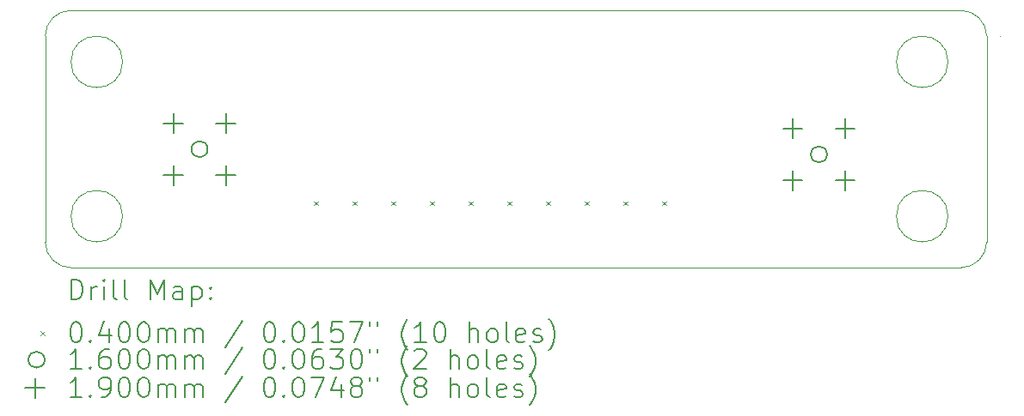
<source format=gbr>
%TF.GenerationSoftware,KiCad,Pcbnew,7.0.8-7.0.8~ubuntu22.04.1*%
%TF.CreationDate,2023-10-03T21:39:13-05:00*%
%TF.ProjectId,bandpass_filter,62616e64-7061-4737-935f-66696c746572,rev?*%
%TF.SameCoordinates,Original*%
%TF.FileFunction,Drillmap*%
%TF.FilePolarity,Positive*%
%FSLAX45Y45*%
G04 Gerber Fmt 4.5, Leading zero omitted, Abs format (unit mm)*
G04 Created by KiCad (PCBNEW 7.0.8-7.0.8~ubuntu22.04.1) date 2023-10-03 21:39:13*
%MOMM*%
%LPD*%
G01*
G04 APERTURE LIST*
%ADD10C,0.100000*%
%ADD11C,0.200000*%
%ADD12C,0.040000*%
%ADD13C,0.160000*%
%ADD14C,0.190000*%
G04 APERTURE END LIST*
D10*
X2540000Y-4572000D02*
X11303000Y-4572000D01*
X2286000Y-5080000D02*
X2286000Y-4826000D01*
X11176000Y-6604000D02*
G75*
G03*
X11176000Y-6604000I-254000J0D01*
G01*
X11303000Y-7112000D02*
X2540000Y-7112000D01*
X2286000Y-6858000D02*
G75*
G03*
X2540000Y-7112000I254000J0D01*
G01*
X11684000Y-4826000D02*
G75*
G03*
X11684000Y-4826000I0J0D01*
G01*
X2540000Y-4572000D02*
G75*
G03*
X2286000Y-4826000I0J-254000D01*
G01*
X3048000Y-5080000D02*
G75*
G03*
X3048000Y-5080000I-254000J0D01*
G01*
X11557000Y-4826000D02*
X11557000Y-6858000D01*
X11303000Y-7112000D02*
G75*
G03*
X11557000Y-6858000I0J254000D01*
G01*
X2286000Y-6858000D02*
X2286000Y-5080000D01*
X3048000Y-6604000D02*
G75*
G03*
X3048000Y-6604000I-254000J0D01*
G01*
X11557000Y-4826000D02*
G75*
G03*
X11303000Y-4572000I-254000J0D01*
G01*
X11176000Y-5080000D02*
G75*
G03*
X11176000Y-5080000I-254000J0D01*
G01*
D11*
D12*
X4933000Y-6457000D02*
X4973000Y-6497000D01*
X4973000Y-6457000D02*
X4933000Y-6497000D01*
X5314000Y-6457000D02*
X5354000Y-6497000D01*
X5354000Y-6457000D02*
X5314000Y-6497000D01*
X5695000Y-6457000D02*
X5735000Y-6497000D01*
X5735000Y-6457000D02*
X5695000Y-6497000D01*
X6076000Y-6457000D02*
X6116000Y-6497000D01*
X6116000Y-6457000D02*
X6076000Y-6497000D01*
X6457000Y-6457000D02*
X6497000Y-6497000D01*
X6497000Y-6457000D02*
X6457000Y-6497000D01*
X6838000Y-6457000D02*
X6878000Y-6497000D01*
X6878000Y-6457000D02*
X6838000Y-6497000D01*
X7219000Y-6457000D02*
X7259000Y-6497000D01*
X7259000Y-6457000D02*
X7219000Y-6497000D01*
X7600000Y-6457000D02*
X7640000Y-6497000D01*
X7640000Y-6457000D02*
X7600000Y-6497000D01*
X7981000Y-6457000D02*
X8021000Y-6497000D01*
X8021000Y-6457000D02*
X7981000Y-6497000D01*
X8362000Y-6457000D02*
X8402000Y-6497000D01*
X8402000Y-6457000D02*
X8362000Y-6497000D01*
D13*
X3886500Y-5942931D02*
G75*
G03*
X3886500Y-5942931I-80000J0D01*
G01*
X9986000Y-5994144D02*
G75*
G03*
X9986000Y-5994144I-80000J0D01*
G01*
D14*
X3549000Y-5590431D02*
X3549000Y-5780431D01*
X3454000Y-5685431D02*
X3644000Y-5685431D01*
X3549000Y-6105431D02*
X3549000Y-6295431D01*
X3454000Y-6200431D02*
X3644000Y-6200431D01*
X4064000Y-5590431D02*
X4064000Y-5780431D01*
X3969000Y-5685431D02*
X4159000Y-5685431D01*
X4064000Y-6105431D02*
X4064000Y-6295431D01*
X3969000Y-6200431D02*
X4159000Y-6200431D01*
X9648500Y-5641644D02*
X9648500Y-5831644D01*
X9553500Y-5736644D02*
X9743500Y-5736644D01*
X9648500Y-6156644D02*
X9648500Y-6346644D01*
X9553500Y-6251644D02*
X9743500Y-6251644D01*
X10163500Y-5641644D02*
X10163500Y-5831644D01*
X10068500Y-5736644D02*
X10258500Y-5736644D01*
X10163500Y-6156644D02*
X10163500Y-6346644D01*
X10068500Y-6251644D02*
X10258500Y-6251644D01*
D11*
X2541777Y-7428484D02*
X2541777Y-7228484D01*
X2541777Y-7228484D02*
X2589396Y-7228484D01*
X2589396Y-7228484D02*
X2617967Y-7238008D01*
X2617967Y-7238008D02*
X2637015Y-7257055D01*
X2637015Y-7257055D02*
X2646539Y-7276103D01*
X2646539Y-7276103D02*
X2656063Y-7314198D01*
X2656063Y-7314198D02*
X2656063Y-7342769D01*
X2656063Y-7342769D02*
X2646539Y-7380865D01*
X2646539Y-7380865D02*
X2637015Y-7399912D01*
X2637015Y-7399912D02*
X2617967Y-7418960D01*
X2617967Y-7418960D02*
X2589396Y-7428484D01*
X2589396Y-7428484D02*
X2541777Y-7428484D01*
X2741777Y-7428484D02*
X2741777Y-7295150D01*
X2741777Y-7333246D02*
X2751301Y-7314198D01*
X2751301Y-7314198D02*
X2760824Y-7304674D01*
X2760824Y-7304674D02*
X2779872Y-7295150D01*
X2779872Y-7295150D02*
X2798920Y-7295150D01*
X2865586Y-7428484D02*
X2865586Y-7295150D01*
X2865586Y-7228484D02*
X2856062Y-7238008D01*
X2856062Y-7238008D02*
X2865586Y-7247531D01*
X2865586Y-7247531D02*
X2875110Y-7238008D01*
X2875110Y-7238008D02*
X2865586Y-7228484D01*
X2865586Y-7228484D02*
X2865586Y-7247531D01*
X2989396Y-7428484D02*
X2970348Y-7418960D01*
X2970348Y-7418960D02*
X2960824Y-7399912D01*
X2960824Y-7399912D02*
X2960824Y-7228484D01*
X3094158Y-7428484D02*
X3075110Y-7418960D01*
X3075110Y-7418960D02*
X3065586Y-7399912D01*
X3065586Y-7399912D02*
X3065586Y-7228484D01*
X3322729Y-7428484D02*
X3322729Y-7228484D01*
X3322729Y-7228484D02*
X3389396Y-7371341D01*
X3389396Y-7371341D02*
X3456062Y-7228484D01*
X3456062Y-7228484D02*
X3456062Y-7428484D01*
X3637015Y-7428484D02*
X3637015Y-7323722D01*
X3637015Y-7323722D02*
X3627491Y-7304674D01*
X3627491Y-7304674D02*
X3608443Y-7295150D01*
X3608443Y-7295150D02*
X3570348Y-7295150D01*
X3570348Y-7295150D02*
X3551301Y-7304674D01*
X3637015Y-7418960D02*
X3617967Y-7428484D01*
X3617967Y-7428484D02*
X3570348Y-7428484D01*
X3570348Y-7428484D02*
X3551301Y-7418960D01*
X3551301Y-7418960D02*
X3541777Y-7399912D01*
X3541777Y-7399912D02*
X3541777Y-7380865D01*
X3541777Y-7380865D02*
X3551301Y-7361817D01*
X3551301Y-7361817D02*
X3570348Y-7352293D01*
X3570348Y-7352293D02*
X3617967Y-7352293D01*
X3617967Y-7352293D02*
X3637015Y-7342769D01*
X3732253Y-7295150D02*
X3732253Y-7495150D01*
X3732253Y-7304674D02*
X3751301Y-7295150D01*
X3751301Y-7295150D02*
X3789396Y-7295150D01*
X3789396Y-7295150D02*
X3808443Y-7304674D01*
X3808443Y-7304674D02*
X3817967Y-7314198D01*
X3817967Y-7314198D02*
X3827491Y-7333246D01*
X3827491Y-7333246D02*
X3827491Y-7390388D01*
X3827491Y-7390388D02*
X3817967Y-7409436D01*
X3817967Y-7409436D02*
X3808443Y-7418960D01*
X3808443Y-7418960D02*
X3789396Y-7428484D01*
X3789396Y-7428484D02*
X3751301Y-7428484D01*
X3751301Y-7428484D02*
X3732253Y-7418960D01*
X3913205Y-7409436D02*
X3922729Y-7418960D01*
X3922729Y-7418960D02*
X3913205Y-7428484D01*
X3913205Y-7428484D02*
X3903682Y-7418960D01*
X3903682Y-7418960D02*
X3913205Y-7409436D01*
X3913205Y-7409436D02*
X3913205Y-7428484D01*
X3913205Y-7304674D02*
X3922729Y-7314198D01*
X3922729Y-7314198D02*
X3913205Y-7323722D01*
X3913205Y-7323722D02*
X3903682Y-7314198D01*
X3903682Y-7314198D02*
X3913205Y-7304674D01*
X3913205Y-7304674D02*
X3913205Y-7323722D01*
D12*
X2241000Y-7737000D02*
X2281000Y-7777000D01*
X2281000Y-7737000D02*
X2241000Y-7777000D01*
D11*
X2579872Y-7648484D02*
X2598920Y-7648484D01*
X2598920Y-7648484D02*
X2617967Y-7658008D01*
X2617967Y-7658008D02*
X2627491Y-7667531D01*
X2627491Y-7667531D02*
X2637015Y-7686579D01*
X2637015Y-7686579D02*
X2646539Y-7724674D01*
X2646539Y-7724674D02*
X2646539Y-7772293D01*
X2646539Y-7772293D02*
X2637015Y-7810388D01*
X2637015Y-7810388D02*
X2627491Y-7829436D01*
X2627491Y-7829436D02*
X2617967Y-7838960D01*
X2617967Y-7838960D02*
X2598920Y-7848484D01*
X2598920Y-7848484D02*
X2579872Y-7848484D01*
X2579872Y-7848484D02*
X2560824Y-7838960D01*
X2560824Y-7838960D02*
X2551301Y-7829436D01*
X2551301Y-7829436D02*
X2541777Y-7810388D01*
X2541777Y-7810388D02*
X2532253Y-7772293D01*
X2532253Y-7772293D02*
X2532253Y-7724674D01*
X2532253Y-7724674D02*
X2541777Y-7686579D01*
X2541777Y-7686579D02*
X2551301Y-7667531D01*
X2551301Y-7667531D02*
X2560824Y-7658008D01*
X2560824Y-7658008D02*
X2579872Y-7648484D01*
X2732253Y-7829436D02*
X2741777Y-7838960D01*
X2741777Y-7838960D02*
X2732253Y-7848484D01*
X2732253Y-7848484D02*
X2722729Y-7838960D01*
X2722729Y-7838960D02*
X2732253Y-7829436D01*
X2732253Y-7829436D02*
X2732253Y-7848484D01*
X2913205Y-7715150D02*
X2913205Y-7848484D01*
X2865586Y-7638960D02*
X2817967Y-7781817D01*
X2817967Y-7781817D02*
X2941777Y-7781817D01*
X3056062Y-7648484D02*
X3075110Y-7648484D01*
X3075110Y-7648484D02*
X3094158Y-7658008D01*
X3094158Y-7658008D02*
X3103682Y-7667531D01*
X3103682Y-7667531D02*
X3113205Y-7686579D01*
X3113205Y-7686579D02*
X3122729Y-7724674D01*
X3122729Y-7724674D02*
X3122729Y-7772293D01*
X3122729Y-7772293D02*
X3113205Y-7810388D01*
X3113205Y-7810388D02*
X3103682Y-7829436D01*
X3103682Y-7829436D02*
X3094158Y-7838960D01*
X3094158Y-7838960D02*
X3075110Y-7848484D01*
X3075110Y-7848484D02*
X3056062Y-7848484D01*
X3056062Y-7848484D02*
X3037015Y-7838960D01*
X3037015Y-7838960D02*
X3027491Y-7829436D01*
X3027491Y-7829436D02*
X3017967Y-7810388D01*
X3017967Y-7810388D02*
X3008443Y-7772293D01*
X3008443Y-7772293D02*
X3008443Y-7724674D01*
X3008443Y-7724674D02*
X3017967Y-7686579D01*
X3017967Y-7686579D02*
X3027491Y-7667531D01*
X3027491Y-7667531D02*
X3037015Y-7658008D01*
X3037015Y-7658008D02*
X3056062Y-7648484D01*
X3246539Y-7648484D02*
X3265586Y-7648484D01*
X3265586Y-7648484D02*
X3284634Y-7658008D01*
X3284634Y-7658008D02*
X3294158Y-7667531D01*
X3294158Y-7667531D02*
X3303682Y-7686579D01*
X3303682Y-7686579D02*
X3313205Y-7724674D01*
X3313205Y-7724674D02*
X3313205Y-7772293D01*
X3313205Y-7772293D02*
X3303682Y-7810388D01*
X3303682Y-7810388D02*
X3294158Y-7829436D01*
X3294158Y-7829436D02*
X3284634Y-7838960D01*
X3284634Y-7838960D02*
X3265586Y-7848484D01*
X3265586Y-7848484D02*
X3246539Y-7848484D01*
X3246539Y-7848484D02*
X3227491Y-7838960D01*
X3227491Y-7838960D02*
X3217967Y-7829436D01*
X3217967Y-7829436D02*
X3208443Y-7810388D01*
X3208443Y-7810388D02*
X3198920Y-7772293D01*
X3198920Y-7772293D02*
X3198920Y-7724674D01*
X3198920Y-7724674D02*
X3208443Y-7686579D01*
X3208443Y-7686579D02*
X3217967Y-7667531D01*
X3217967Y-7667531D02*
X3227491Y-7658008D01*
X3227491Y-7658008D02*
X3246539Y-7648484D01*
X3398920Y-7848484D02*
X3398920Y-7715150D01*
X3398920Y-7734198D02*
X3408443Y-7724674D01*
X3408443Y-7724674D02*
X3427491Y-7715150D01*
X3427491Y-7715150D02*
X3456063Y-7715150D01*
X3456063Y-7715150D02*
X3475110Y-7724674D01*
X3475110Y-7724674D02*
X3484634Y-7743722D01*
X3484634Y-7743722D02*
X3484634Y-7848484D01*
X3484634Y-7743722D02*
X3494158Y-7724674D01*
X3494158Y-7724674D02*
X3513205Y-7715150D01*
X3513205Y-7715150D02*
X3541777Y-7715150D01*
X3541777Y-7715150D02*
X3560824Y-7724674D01*
X3560824Y-7724674D02*
X3570348Y-7743722D01*
X3570348Y-7743722D02*
X3570348Y-7848484D01*
X3665586Y-7848484D02*
X3665586Y-7715150D01*
X3665586Y-7734198D02*
X3675110Y-7724674D01*
X3675110Y-7724674D02*
X3694158Y-7715150D01*
X3694158Y-7715150D02*
X3722729Y-7715150D01*
X3722729Y-7715150D02*
X3741777Y-7724674D01*
X3741777Y-7724674D02*
X3751301Y-7743722D01*
X3751301Y-7743722D02*
X3751301Y-7848484D01*
X3751301Y-7743722D02*
X3760824Y-7724674D01*
X3760824Y-7724674D02*
X3779872Y-7715150D01*
X3779872Y-7715150D02*
X3808443Y-7715150D01*
X3808443Y-7715150D02*
X3827491Y-7724674D01*
X3827491Y-7724674D02*
X3837015Y-7743722D01*
X3837015Y-7743722D02*
X3837015Y-7848484D01*
X4227491Y-7638960D02*
X4056063Y-7896103D01*
X4484634Y-7648484D02*
X4503682Y-7648484D01*
X4503682Y-7648484D02*
X4522729Y-7658008D01*
X4522729Y-7658008D02*
X4532253Y-7667531D01*
X4532253Y-7667531D02*
X4541777Y-7686579D01*
X4541777Y-7686579D02*
X4551301Y-7724674D01*
X4551301Y-7724674D02*
X4551301Y-7772293D01*
X4551301Y-7772293D02*
X4541777Y-7810388D01*
X4541777Y-7810388D02*
X4532253Y-7829436D01*
X4532253Y-7829436D02*
X4522729Y-7838960D01*
X4522729Y-7838960D02*
X4503682Y-7848484D01*
X4503682Y-7848484D02*
X4484634Y-7848484D01*
X4484634Y-7848484D02*
X4465587Y-7838960D01*
X4465587Y-7838960D02*
X4456063Y-7829436D01*
X4456063Y-7829436D02*
X4446539Y-7810388D01*
X4446539Y-7810388D02*
X4437015Y-7772293D01*
X4437015Y-7772293D02*
X4437015Y-7724674D01*
X4437015Y-7724674D02*
X4446539Y-7686579D01*
X4446539Y-7686579D02*
X4456063Y-7667531D01*
X4456063Y-7667531D02*
X4465587Y-7658008D01*
X4465587Y-7658008D02*
X4484634Y-7648484D01*
X4637015Y-7829436D02*
X4646539Y-7838960D01*
X4646539Y-7838960D02*
X4637015Y-7848484D01*
X4637015Y-7848484D02*
X4627491Y-7838960D01*
X4627491Y-7838960D02*
X4637015Y-7829436D01*
X4637015Y-7829436D02*
X4637015Y-7848484D01*
X4770348Y-7648484D02*
X4789396Y-7648484D01*
X4789396Y-7648484D02*
X4808444Y-7658008D01*
X4808444Y-7658008D02*
X4817968Y-7667531D01*
X4817968Y-7667531D02*
X4827491Y-7686579D01*
X4827491Y-7686579D02*
X4837015Y-7724674D01*
X4837015Y-7724674D02*
X4837015Y-7772293D01*
X4837015Y-7772293D02*
X4827491Y-7810388D01*
X4827491Y-7810388D02*
X4817968Y-7829436D01*
X4817968Y-7829436D02*
X4808444Y-7838960D01*
X4808444Y-7838960D02*
X4789396Y-7848484D01*
X4789396Y-7848484D02*
X4770348Y-7848484D01*
X4770348Y-7848484D02*
X4751301Y-7838960D01*
X4751301Y-7838960D02*
X4741777Y-7829436D01*
X4741777Y-7829436D02*
X4732253Y-7810388D01*
X4732253Y-7810388D02*
X4722729Y-7772293D01*
X4722729Y-7772293D02*
X4722729Y-7724674D01*
X4722729Y-7724674D02*
X4732253Y-7686579D01*
X4732253Y-7686579D02*
X4741777Y-7667531D01*
X4741777Y-7667531D02*
X4751301Y-7658008D01*
X4751301Y-7658008D02*
X4770348Y-7648484D01*
X5027491Y-7848484D02*
X4913206Y-7848484D01*
X4970348Y-7848484D02*
X4970348Y-7648484D01*
X4970348Y-7648484D02*
X4951301Y-7677055D01*
X4951301Y-7677055D02*
X4932253Y-7696103D01*
X4932253Y-7696103D02*
X4913206Y-7705627D01*
X5208444Y-7648484D02*
X5113206Y-7648484D01*
X5113206Y-7648484D02*
X5103682Y-7743722D01*
X5103682Y-7743722D02*
X5113206Y-7734198D01*
X5113206Y-7734198D02*
X5132253Y-7724674D01*
X5132253Y-7724674D02*
X5179872Y-7724674D01*
X5179872Y-7724674D02*
X5198920Y-7734198D01*
X5198920Y-7734198D02*
X5208444Y-7743722D01*
X5208444Y-7743722D02*
X5217968Y-7762769D01*
X5217968Y-7762769D02*
X5217968Y-7810388D01*
X5217968Y-7810388D02*
X5208444Y-7829436D01*
X5208444Y-7829436D02*
X5198920Y-7838960D01*
X5198920Y-7838960D02*
X5179872Y-7848484D01*
X5179872Y-7848484D02*
X5132253Y-7848484D01*
X5132253Y-7848484D02*
X5113206Y-7838960D01*
X5113206Y-7838960D02*
X5103682Y-7829436D01*
X5284634Y-7648484D02*
X5417968Y-7648484D01*
X5417968Y-7648484D02*
X5332253Y-7848484D01*
X5484634Y-7648484D02*
X5484634Y-7686579D01*
X5560825Y-7648484D02*
X5560825Y-7686579D01*
X5856063Y-7924674D02*
X5846539Y-7915150D01*
X5846539Y-7915150D02*
X5827491Y-7886579D01*
X5827491Y-7886579D02*
X5817968Y-7867531D01*
X5817968Y-7867531D02*
X5808444Y-7838960D01*
X5808444Y-7838960D02*
X5798920Y-7791341D01*
X5798920Y-7791341D02*
X5798920Y-7753246D01*
X5798920Y-7753246D02*
X5808444Y-7705627D01*
X5808444Y-7705627D02*
X5817968Y-7677055D01*
X5817968Y-7677055D02*
X5827491Y-7658008D01*
X5827491Y-7658008D02*
X5846539Y-7629436D01*
X5846539Y-7629436D02*
X5856063Y-7619912D01*
X6037015Y-7848484D02*
X5922729Y-7848484D01*
X5979872Y-7848484D02*
X5979872Y-7648484D01*
X5979872Y-7648484D02*
X5960825Y-7677055D01*
X5960825Y-7677055D02*
X5941777Y-7696103D01*
X5941777Y-7696103D02*
X5922729Y-7705627D01*
X6160825Y-7648484D02*
X6179872Y-7648484D01*
X6179872Y-7648484D02*
X6198920Y-7658008D01*
X6198920Y-7658008D02*
X6208444Y-7667531D01*
X6208444Y-7667531D02*
X6217968Y-7686579D01*
X6217968Y-7686579D02*
X6227491Y-7724674D01*
X6227491Y-7724674D02*
X6227491Y-7772293D01*
X6227491Y-7772293D02*
X6217968Y-7810388D01*
X6217968Y-7810388D02*
X6208444Y-7829436D01*
X6208444Y-7829436D02*
X6198920Y-7838960D01*
X6198920Y-7838960D02*
X6179872Y-7848484D01*
X6179872Y-7848484D02*
X6160825Y-7848484D01*
X6160825Y-7848484D02*
X6141777Y-7838960D01*
X6141777Y-7838960D02*
X6132253Y-7829436D01*
X6132253Y-7829436D02*
X6122729Y-7810388D01*
X6122729Y-7810388D02*
X6113206Y-7772293D01*
X6113206Y-7772293D02*
X6113206Y-7724674D01*
X6113206Y-7724674D02*
X6122729Y-7686579D01*
X6122729Y-7686579D02*
X6132253Y-7667531D01*
X6132253Y-7667531D02*
X6141777Y-7658008D01*
X6141777Y-7658008D02*
X6160825Y-7648484D01*
X6465587Y-7848484D02*
X6465587Y-7648484D01*
X6551301Y-7848484D02*
X6551301Y-7743722D01*
X6551301Y-7743722D02*
X6541777Y-7724674D01*
X6541777Y-7724674D02*
X6522730Y-7715150D01*
X6522730Y-7715150D02*
X6494158Y-7715150D01*
X6494158Y-7715150D02*
X6475110Y-7724674D01*
X6475110Y-7724674D02*
X6465587Y-7734198D01*
X6675110Y-7848484D02*
X6656063Y-7838960D01*
X6656063Y-7838960D02*
X6646539Y-7829436D01*
X6646539Y-7829436D02*
X6637015Y-7810388D01*
X6637015Y-7810388D02*
X6637015Y-7753246D01*
X6637015Y-7753246D02*
X6646539Y-7734198D01*
X6646539Y-7734198D02*
X6656063Y-7724674D01*
X6656063Y-7724674D02*
X6675110Y-7715150D01*
X6675110Y-7715150D02*
X6703682Y-7715150D01*
X6703682Y-7715150D02*
X6722730Y-7724674D01*
X6722730Y-7724674D02*
X6732253Y-7734198D01*
X6732253Y-7734198D02*
X6741777Y-7753246D01*
X6741777Y-7753246D02*
X6741777Y-7810388D01*
X6741777Y-7810388D02*
X6732253Y-7829436D01*
X6732253Y-7829436D02*
X6722730Y-7838960D01*
X6722730Y-7838960D02*
X6703682Y-7848484D01*
X6703682Y-7848484D02*
X6675110Y-7848484D01*
X6856063Y-7848484D02*
X6837015Y-7838960D01*
X6837015Y-7838960D02*
X6827491Y-7819912D01*
X6827491Y-7819912D02*
X6827491Y-7648484D01*
X7008444Y-7838960D02*
X6989396Y-7848484D01*
X6989396Y-7848484D02*
X6951301Y-7848484D01*
X6951301Y-7848484D02*
X6932253Y-7838960D01*
X6932253Y-7838960D02*
X6922730Y-7819912D01*
X6922730Y-7819912D02*
X6922730Y-7743722D01*
X6922730Y-7743722D02*
X6932253Y-7724674D01*
X6932253Y-7724674D02*
X6951301Y-7715150D01*
X6951301Y-7715150D02*
X6989396Y-7715150D01*
X6989396Y-7715150D02*
X7008444Y-7724674D01*
X7008444Y-7724674D02*
X7017968Y-7743722D01*
X7017968Y-7743722D02*
X7017968Y-7762769D01*
X7017968Y-7762769D02*
X6922730Y-7781817D01*
X7094158Y-7838960D02*
X7113206Y-7848484D01*
X7113206Y-7848484D02*
X7151301Y-7848484D01*
X7151301Y-7848484D02*
X7170349Y-7838960D01*
X7170349Y-7838960D02*
X7179872Y-7819912D01*
X7179872Y-7819912D02*
X7179872Y-7810388D01*
X7179872Y-7810388D02*
X7170349Y-7791341D01*
X7170349Y-7791341D02*
X7151301Y-7781817D01*
X7151301Y-7781817D02*
X7122730Y-7781817D01*
X7122730Y-7781817D02*
X7103682Y-7772293D01*
X7103682Y-7772293D02*
X7094158Y-7753246D01*
X7094158Y-7753246D02*
X7094158Y-7743722D01*
X7094158Y-7743722D02*
X7103682Y-7724674D01*
X7103682Y-7724674D02*
X7122730Y-7715150D01*
X7122730Y-7715150D02*
X7151301Y-7715150D01*
X7151301Y-7715150D02*
X7170349Y-7724674D01*
X7246539Y-7924674D02*
X7256063Y-7915150D01*
X7256063Y-7915150D02*
X7275111Y-7886579D01*
X7275111Y-7886579D02*
X7284634Y-7867531D01*
X7284634Y-7867531D02*
X7294158Y-7838960D01*
X7294158Y-7838960D02*
X7303682Y-7791341D01*
X7303682Y-7791341D02*
X7303682Y-7753246D01*
X7303682Y-7753246D02*
X7294158Y-7705627D01*
X7294158Y-7705627D02*
X7284634Y-7677055D01*
X7284634Y-7677055D02*
X7275111Y-7658008D01*
X7275111Y-7658008D02*
X7256063Y-7629436D01*
X7256063Y-7629436D02*
X7246539Y-7619912D01*
D13*
X2281000Y-8021000D02*
G75*
G03*
X2281000Y-8021000I-80000J0D01*
G01*
D11*
X2646539Y-8112484D02*
X2532253Y-8112484D01*
X2589396Y-8112484D02*
X2589396Y-7912484D01*
X2589396Y-7912484D02*
X2570348Y-7941055D01*
X2570348Y-7941055D02*
X2551301Y-7960103D01*
X2551301Y-7960103D02*
X2532253Y-7969627D01*
X2732253Y-8093436D02*
X2741777Y-8102960D01*
X2741777Y-8102960D02*
X2732253Y-8112484D01*
X2732253Y-8112484D02*
X2722729Y-8102960D01*
X2722729Y-8102960D02*
X2732253Y-8093436D01*
X2732253Y-8093436D02*
X2732253Y-8112484D01*
X2913205Y-7912484D02*
X2875110Y-7912484D01*
X2875110Y-7912484D02*
X2856062Y-7922008D01*
X2856062Y-7922008D02*
X2846539Y-7931531D01*
X2846539Y-7931531D02*
X2827491Y-7960103D01*
X2827491Y-7960103D02*
X2817967Y-7998198D01*
X2817967Y-7998198D02*
X2817967Y-8074388D01*
X2817967Y-8074388D02*
X2827491Y-8093436D01*
X2827491Y-8093436D02*
X2837015Y-8102960D01*
X2837015Y-8102960D02*
X2856062Y-8112484D01*
X2856062Y-8112484D02*
X2894158Y-8112484D01*
X2894158Y-8112484D02*
X2913205Y-8102960D01*
X2913205Y-8102960D02*
X2922729Y-8093436D01*
X2922729Y-8093436D02*
X2932253Y-8074388D01*
X2932253Y-8074388D02*
X2932253Y-8026769D01*
X2932253Y-8026769D02*
X2922729Y-8007722D01*
X2922729Y-8007722D02*
X2913205Y-7998198D01*
X2913205Y-7998198D02*
X2894158Y-7988674D01*
X2894158Y-7988674D02*
X2856062Y-7988674D01*
X2856062Y-7988674D02*
X2837015Y-7998198D01*
X2837015Y-7998198D02*
X2827491Y-8007722D01*
X2827491Y-8007722D02*
X2817967Y-8026769D01*
X3056062Y-7912484D02*
X3075110Y-7912484D01*
X3075110Y-7912484D02*
X3094158Y-7922008D01*
X3094158Y-7922008D02*
X3103682Y-7931531D01*
X3103682Y-7931531D02*
X3113205Y-7950579D01*
X3113205Y-7950579D02*
X3122729Y-7988674D01*
X3122729Y-7988674D02*
X3122729Y-8036293D01*
X3122729Y-8036293D02*
X3113205Y-8074388D01*
X3113205Y-8074388D02*
X3103682Y-8093436D01*
X3103682Y-8093436D02*
X3094158Y-8102960D01*
X3094158Y-8102960D02*
X3075110Y-8112484D01*
X3075110Y-8112484D02*
X3056062Y-8112484D01*
X3056062Y-8112484D02*
X3037015Y-8102960D01*
X3037015Y-8102960D02*
X3027491Y-8093436D01*
X3027491Y-8093436D02*
X3017967Y-8074388D01*
X3017967Y-8074388D02*
X3008443Y-8036293D01*
X3008443Y-8036293D02*
X3008443Y-7988674D01*
X3008443Y-7988674D02*
X3017967Y-7950579D01*
X3017967Y-7950579D02*
X3027491Y-7931531D01*
X3027491Y-7931531D02*
X3037015Y-7922008D01*
X3037015Y-7922008D02*
X3056062Y-7912484D01*
X3246539Y-7912484D02*
X3265586Y-7912484D01*
X3265586Y-7912484D02*
X3284634Y-7922008D01*
X3284634Y-7922008D02*
X3294158Y-7931531D01*
X3294158Y-7931531D02*
X3303682Y-7950579D01*
X3303682Y-7950579D02*
X3313205Y-7988674D01*
X3313205Y-7988674D02*
X3313205Y-8036293D01*
X3313205Y-8036293D02*
X3303682Y-8074388D01*
X3303682Y-8074388D02*
X3294158Y-8093436D01*
X3294158Y-8093436D02*
X3284634Y-8102960D01*
X3284634Y-8102960D02*
X3265586Y-8112484D01*
X3265586Y-8112484D02*
X3246539Y-8112484D01*
X3246539Y-8112484D02*
X3227491Y-8102960D01*
X3227491Y-8102960D02*
X3217967Y-8093436D01*
X3217967Y-8093436D02*
X3208443Y-8074388D01*
X3208443Y-8074388D02*
X3198920Y-8036293D01*
X3198920Y-8036293D02*
X3198920Y-7988674D01*
X3198920Y-7988674D02*
X3208443Y-7950579D01*
X3208443Y-7950579D02*
X3217967Y-7931531D01*
X3217967Y-7931531D02*
X3227491Y-7922008D01*
X3227491Y-7922008D02*
X3246539Y-7912484D01*
X3398920Y-8112484D02*
X3398920Y-7979150D01*
X3398920Y-7998198D02*
X3408443Y-7988674D01*
X3408443Y-7988674D02*
X3427491Y-7979150D01*
X3427491Y-7979150D02*
X3456063Y-7979150D01*
X3456063Y-7979150D02*
X3475110Y-7988674D01*
X3475110Y-7988674D02*
X3484634Y-8007722D01*
X3484634Y-8007722D02*
X3484634Y-8112484D01*
X3484634Y-8007722D02*
X3494158Y-7988674D01*
X3494158Y-7988674D02*
X3513205Y-7979150D01*
X3513205Y-7979150D02*
X3541777Y-7979150D01*
X3541777Y-7979150D02*
X3560824Y-7988674D01*
X3560824Y-7988674D02*
X3570348Y-8007722D01*
X3570348Y-8007722D02*
X3570348Y-8112484D01*
X3665586Y-8112484D02*
X3665586Y-7979150D01*
X3665586Y-7998198D02*
X3675110Y-7988674D01*
X3675110Y-7988674D02*
X3694158Y-7979150D01*
X3694158Y-7979150D02*
X3722729Y-7979150D01*
X3722729Y-7979150D02*
X3741777Y-7988674D01*
X3741777Y-7988674D02*
X3751301Y-8007722D01*
X3751301Y-8007722D02*
X3751301Y-8112484D01*
X3751301Y-8007722D02*
X3760824Y-7988674D01*
X3760824Y-7988674D02*
X3779872Y-7979150D01*
X3779872Y-7979150D02*
X3808443Y-7979150D01*
X3808443Y-7979150D02*
X3827491Y-7988674D01*
X3827491Y-7988674D02*
X3837015Y-8007722D01*
X3837015Y-8007722D02*
X3837015Y-8112484D01*
X4227491Y-7902960D02*
X4056063Y-8160103D01*
X4484634Y-7912484D02*
X4503682Y-7912484D01*
X4503682Y-7912484D02*
X4522729Y-7922008D01*
X4522729Y-7922008D02*
X4532253Y-7931531D01*
X4532253Y-7931531D02*
X4541777Y-7950579D01*
X4541777Y-7950579D02*
X4551301Y-7988674D01*
X4551301Y-7988674D02*
X4551301Y-8036293D01*
X4551301Y-8036293D02*
X4541777Y-8074388D01*
X4541777Y-8074388D02*
X4532253Y-8093436D01*
X4532253Y-8093436D02*
X4522729Y-8102960D01*
X4522729Y-8102960D02*
X4503682Y-8112484D01*
X4503682Y-8112484D02*
X4484634Y-8112484D01*
X4484634Y-8112484D02*
X4465587Y-8102960D01*
X4465587Y-8102960D02*
X4456063Y-8093436D01*
X4456063Y-8093436D02*
X4446539Y-8074388D01*
X4446539Y-8074388D02*
X4437015Y-8036293D01*
X4437015Y-8036293D02*
X4437015Y-7988674D01*
X4437015Y-7988674D02*
X4446539Y-7950579D01*
X4446539Y-7950579D02*
X4456063Y-7931531D01*
X4456063Y-7931531D02*
X4465587Y-7922008D01*
X4465587Y-7922008D02*
X4484634Y-7912484D01*
X4637015Y-8093436D02*
X4646539Y-8102960D01*
X4646539Y-8102960D02*
X4637015Y-8112484D01*
X4637015Y-8112484D02*
X4627491Y-8102960D01*
X4627491Y-8102960D02*
X4637015Y-8093436D01*
X4637015Y-8093436D02*
X4637015Y-8112484D01*
X4770348Y-7912484D02*
X4789396Y-7912484D01*
X4789396Y-7912484D02*
X4808444Y-7922008D01*
X4808444Y-7922008D02*
X4817968Y-7931531D01*
X4817968Y-7931531D02*
X4827491Y-7950579D01*
X4827491Y-7950579D02*
X4837015Y-7988674D01*
X4837015Y-7988674D02*
X4837015Y-8036293D01*
X4837015Y-8036293D02*
X4827491Y-8074388D01*
X4827491Y-8074388D02*
X4817968Y-8093436D01*
X4817968Y-8093436D02*
X4808444Y-8102960D01*
X4808444Y-8102960D02*
X4789396Y-8112484D01*
X4789396Y-8112484D02*
X4770348Y-8112484D01*
X4770348Y-8112484D02*
X4751301Y-8102960D01*
X4751301Y-8102960D02*
X4741777Y-8093436D01*
X4741777Y-8093436D02*
X4732253Y-8074388D01*
X4732253Y-8074388D02*
X4722729Y-8036293D01*
X4722729Y-8036293D02*
X4722729Y-7988674D01*
X4722729Y-7988674D02*
X4732253Y-7950579D01*
X4732253Y-7950579D02*
X4741777Y-7931531D01*
X4741777Y-7931531D02*
X4751301Y-7922008D01*
X4751301Y-7922008D02*
X4770348Y-7912484D01*
X5008444Y-7912484D02*
X4970348Y-7912484D01*
X4970348Y-7912484D02*
X4951301Y-7922008D01*
X4951301Y-7922008D02*
X4941777Y-7931531D01*
X4941777Y-7931531D02*
X4922729Y-7960103D01*
X4922729Y-7960103D02*
X4913206Y-7998198D01*
X4913206Y-7998198D02*
X4913206Y-8074388D01*
X4913206Y-8074388D02*
X4922729Y-8093436D01*
X4922729Y-8093436D02*
X4932253Y-8102960D01*
X4932253Y-8102960D02*
X4951301Y-8112484D01*
X4951301Y-8112484D02*
X4989396Y-8112484D01*
X4989396Y-8112484D02*
X5008444Y-8102960D01*
X5008444Y-8102960D02*
X5017968Y-8093436D01*
X5017968Y-8093436D02*
X5027491Y-8074388D01*
X5027491Y-8074388D02*
X5027491Y-8026769D01*
X5027491Y-8026769D02*
X5017968Y-8007722D01*
X5017968Y-8007722D02*
X5008444Y-7998198D01*
X5008444Y-7998198D02*
X4989396Y-7988674D01*
X4989396Y-7988674D02*
X4951301Y-7988674D01*
X4951301Y-7988674D02*
X4932253Y-7998198D01*
X4932253Y-7998198D02*
X4922729Y-8007722D01*
X4922729Y-8007722D02*
X4913206Y-8026769D01*
X5094158Y-7912484D02*
X5217968Y-7912484D01*
X5217968Y-7912484D02*
X5151301Y-7988674D01*
X5151301Y-7988674D02*
X5179872Y-7988674D01*
X5179872Y-7988674D02*
X5198920Y-7998198D01*
X5198920Y-7998198D02*
X5208444Y-8007722D01*
X5208444Y-8007722D02*
X5217968Y-8026769D01*
X5217968Y-8026769D02*
X5217968Y-8074388D01*
X5217968Y-8074388D02*
X5208444Y-8093436D01*
X5208444Y-8093436D02*
X5198920Y-8102960D01*
X5198920Y-8102960D02*
X5179872Y-8112484D01*
X5179872Y-8112484D02*
X5122729Y-8112484D01*
X5122729Y-8112484D02*
X5103682Y-8102960D01*
X5103682Y-8102960D02*
X5094158Y-8093436D01*
X5341777Y-7912484D02*
X5360825Y-7912484D01*
X5360825Y-7912484D02*
X5379872Y-7922008D01*
X5379872Y-7922008D02*
X5389396Y-7931531D01*
X5389396Y-7931531D02*
X5398920Y-7950579D01*
X5398920Y-7950579D02*
X5408444Y-7988674D01*
X5408444Y-7988674D02*
X5408444Y-8036293D01*
X5408444Y-8036293D02*
X5398920Y-8074388D01*
X5398920Y-8074388D02*
X5389396Y-8093436D01*
X5389396Y-8093436D02*
X5379872Y-8102960D01*
X5379872Y-8102960D02*
X5360825Y-8112484D01*
X5360825Y-8112484D02*
X5341777Y-8112484D01*
X5341777Y-8112484D02*
X5322729Y-8102960D01*
X5322729Y-8102960D02*
X5313206Y-8093436D01*
X5313206Y-8093436D02*
X5303682Y-8074388D01*
X5303682Y-8074388D02*
X5294158Y-8036293D01*
X5294158Y-8036293D02*
X5294158Y-7988674D01*
X5294158Y-7988674D02*
X5303682Y-7950579D01*
X5303682Y-7950579D02*
X5313206Y-7931531D01*
X5313206Y-7931531D02*
X5322729Y-7922008D01*
X5322729Y-7922008D02*
X5341777Y-7912484D01*
X5484634Y-7912484D02*
X5484634Y-7950579D01*
X5560825Y-7912484D02*
X5560825Y-7950579D01*
X5856063Y-8188674D02*
X5846539Y-8179150D01*
X5846539Y-8179150D02*
X5827491Y-8150579D01*
X5827491Y-8150579D02*
X5817968Y-8131531D01*
X5817968Y-8131531D02*
X5808444Y-8102960D01*
X5808444Y-8102960D02*
X5798920Y-8055341D01*
X5798920Y-8055341D02*
X5798920Y-8017246D01*
X5798920Y-8017246D02*
X5808444Y-7969627D01*
X5808444Y-7969627D02*
X5817968Y-7941055D01*
X5817968Y-7941055D02*
X5827491Y-7922008D01*
X5827491Y-7922008D02*
X5846539Y-7893436D01*
X5846539Y-7893436D02*
X5856063Y-7883912D01*
X5922729Y-7931531D02*
X5932253Y-7922008D01*
X5932253Y-7922008D02*
X5951301Y-7912484D01*
X5951301Y-7912484D02*
X5998920Y-7912484D01*
X5998920Y-7912484D02*
X6017968Y-7922008D01*
X6017968Y-7922008D02*
X6027491Y-7931531D01*
X6027491Y-7931531D02*
X6037015Y-7950579D01*
X6037015Y-7950579D02*
X6037015Y-7969627D01*
X6037015Y-7969627D02*
X6027491Y-7998198D01*
X6027491Y-7998198D02*
X5913206Y-8112484D01*
X5913206Y-8112484D02*
X6037015Y-8112484D01*
X6275110Y-8112484D02*
X6275110Y-7912484D01*
X6360825Y-8112484D02*
X6360825Y-8007722D01*
X6360825Y-8007722D02*
X6351301Y-7988674D01*
X6351301Y-7988674D02*
X6332253Y-7979150D01*
X6332253Y-7979150D02*
X6303682Y-7979150D01*
X6303682Y-7979150D02*
X6284634Y-7988674D01*
X6284634Y-7988674D02*
X6275110Y-7998198D01*
X6484634Y-8112484D02*
X6465587Y-8102960D01*
X6465587Y-8102960D02*
X6456063Y-8093436D01*
X6456063Y-8093436D02*
X6446539Y-8074388D01*
X6446539Y-8074388D02*
X6446539Y-8017246D01*
X6446539Y-8017246D02*
X6456063Y-7998198D01*
X6456063Y-7998198D02*
X6465587Y-7988674D01*
X6465587Y-7988674D02*
X6484634Y-7979150D01*
X6484634Y-7979150D02*
X6513206Y-7979150D01*
X6513206Y-7979150D02*
X6532253Y-7988674D01*
X6532253Y-7988674D02*
X6541777Y-7998198D01*
X6541777Y-7998198D02*
X6551301Y-8017246D01*
X6551301Y-8017246D02*
X6551301Y-8074388D01*
X6551301Y-8074388D02*
X6541777Y-8093436D01*
X6541777Y-8093436D02*
X6532253Y-8102960D01*
X6532253Y-8102960D02*
X6513206Y-8112484D01*
X6513206Y-8112484D02*
X6484634Y-8112484D01*
X6665587Y-8112484D02*
X6646539Y-8102960D01*
X6646539Y-8102960D02*
X6637015Y-8083912D01*
X6637015Y-8083912D02*
X6637015Y-7912484D01*
X6817968Y-8102960D02*
X6798920Y-8112484D01*
X6798920Y-8112484D02*
X6760825Y-8112484D01*
X6760825Y-8112484D02*
X6741777Y-8102960D01*
X6741777Y-8102960D02*
X6732253Y-8083912D01*
X6732253Y-8083912D02*
X6732253Y-8007722D01*
X6732253Y-8007722D02*
X6741777Y-7988674D01*
X6741777Y-7988674D02*
X6760825Y-7979150D01*
X6760825Y-7979150D02*
X6798920Y-7979150D01*
X6798920Y-7979150D02*
X6817968Y-7988674D01*
X6817968Y-7988674D02*
X6827491Y-8007722D01*
X6827491Y-8007722D02*
X6827491Y-8026769D01*
X6827491Y-8026769D02*
X6732253Y-8045817D01*
X6903682Y-8102960D02*
X6922730Y-8112484D01*
X6922730Y-8112484D02*
X6960825Y-8112484D01*
X6960825Y-8112484D02*
X6979872Y-8102960D01*
X6979872Y-8102960D02*
X6989396Y-8083912D01*
X6989396Y-8083912D02*
X6989396Y-8074388D01*
X6989396Y-8074388D02*
X6979872Y-8055341D01*
X6979872Y-8055341D02*
X6960825Y-8045817D01*
X6960825Y-8045817D02*
X6932253Y-8045817D01*
X6932253Y-8045817D02*
X6913206Y-8036293D01*
X6913206Y-8036293D02*
X6903682Y-8017246D01*
X6903682Y-8017246D02*
X6903682Y-8007722D01*
X6903682Y-8007722D02*
X6913206Y-7988674D01*
X6913206Y-7988674D02*
X6932253Y-7979150D01*
X6932253Y-7979150D02*
X6960825Y-7979150D01*
X6960825Y-7979150D02*
X6979872Y-7988674D01*
X7056063Y-8188674D02*
X7065587Y-8179150D01*
X7065587Y-8179150D02*
X7084634Y-8150579D01*
X7084634Y-8150579D02*
X7094158Y-8131531D01*
X7094158Y-8131531D02*
X7103682Y-8102960D01*
X7103682Y-8102960D02*
X7113206Y-8055341D01*
X7113206Y-8055341D02*
X7113206Y-8017246D01*
X7113206Y-8017246D02*
X7103682Y-7969627D01*
X7103682Y-7969627D02*
X7094158Y-7941055D01*
X7094158Y-7941055D02*
X7084634Y-7922008D01*
X7084634Y-7922008D02*
X7065587Y-7893436D01*
X7065587Y-7893436D02*
X7056063Y-7883912D01*
D14*
X2186000Y-8206000D02*
X2186000Y-8396000D01*
X2091000Y-8301000D02*
X2281000Y-8301000D01*
D11*
X2646539Y-8392484D02*
X2532253Y-8392484D01*
X2589396Y-8392484D02*
X2589396Y-8192484D01*
X2589396Y-8192484D02*
X2570348Y-8221055D01*
X2570348Y-8221055D02*
X2551301Y-8240103D01*
X2551301Y-8240103D02*
X2532253Y-8249627D01*
X2732253Y-8373436D02*
X2741777Y-8382960D01*
X2741777Y-8382960D02*
X2732253Y-8392484D01*
X2732253Y-8392484D02*
X2722729Y-8382960D01*
X2722729Y-8382960D02*
X2732253Y-8373436D01*
X2732253Y-8373436D02*
X2732253Y-8392484D01*
X2837015Y-8392484D02*
X2875110Y-8392484D01*
X2875110Y-8392484D02*
X2894158Y-8382960D01*
X2894158Y-8382960D02*
X2903682Y-8373436D01*
X2903682Y-8373436D02*
X2922729Y-8344865D01*
X2922729Y-8344865D02*
X2932253Y-8306769D01*
X2932253Y-8306769D02*
X2932253Y-8230579D01*
X2932253Y-8230579D02*
X2922729Y-8211531D01*
X2922729Y-8211531D02*
X2913205Y-8202008D01*
X2913205Y-8202008D02*
X2894158Y-8192484D01*
X2894158Y-8192484D02*
X2856062Y-8192484D01*
X2856062Y-8192484D02*
X2837015Y-8202008D01*
X2837015Y-8202008D02*
X2827491Y-8211531D01*
X2827491Y-8211531D02*
X2817967Y-8230579D01*
X2817967Y-8230579D02*
X2817967Y-8278198D01*
X2817967Y-8278198D02*
X2827491Y-8297246D01*
X2827491Y-8297246D02*
X2837015Y-8306769D01*
X2837015Y-8306769D02*
X2856062Y-8316293D01*
X2856062Y-8316293D02*
X2894158Y-8316293D01*
X2894158Y-8316293D02*
X2913205Y-8306769D01*
X2913205Y-8306769D02*
X2922729Y-8297246D01*
X2922729Y-8297246D02*
X2932253Y-8278198D01*
X3056062Y-8192484D02*
X3075110Y-8192484D01*
X3075110Y-8192484D02*
X3094158Y-8202008D01*
X3094158Y-8202008D02*
X3103682Y-8211531D01*
X3103682Y-8211531D02*
X3113205Y-8230579D01*
X3113205Y-8230579D02*
X3122729Y-8268674D01*
X3122729Y-8268674D02*
X3122729Y-8316293D01*
X3122729Y-8316293D02*
X3113205Y-8354388D01*
X3113205Y-8354388D02*
X3103682Y-8373436D01*
X3103682Y-8373436D02*
X3094158Y-8382960D01*
X3094158Y-8382960D02*
X3075110Y-8392484D01*
X3075110Y-8392484D02*
X3056062Y-8392484D01*
X3056062Y-8392484D02*
X3037015Y-8382960D01*
X3037015Y-8382960D02*
X3027491Y-8373436D01*
X3027491Y-8373436D02*
X3017967Y-8354388D01*
X3017967Y-8354388D02*
X3008443Y-8316293D01*
X3008443Y-8316293D02*
X3008443Y-8268674D01*
X3008443Y-8268674D02*
X3017967Y-8230579D01*
X3017967Y-8230579D02*
X3027491Y-8211531D01*
X3027491Y-8211531D02*
X3037015Y-8202008D01*
X3037015Y-8202008D02*
X3056062Y-8192484D01*
X3246539Y-8192484D02*
X3265586Y-8192484D01*
X3265586Y-8192484D02*
X3284634Y-8202008D01*
X3284634Y-8202008D02*
X3294158Y-8211531D01*
X3294158Y-8211531D02*
X3303682Y-8230579D01*
X3303682Y-8230579D02*
X3313205Y-8268674D01*
X3313205Y-8268674D02*
X3313205Y-8316293D01*
X3313205Y-8316293D02*
X3303682Y-8354388D01*
X3303682Y-8354388D02*
X3294158Y-8373436D01*
X3294158Y-8373436D02*
X3284634Y-8382960D01*
X3284634Y-8382960D02*
X3265586Y-8392484D01*
X3265586Y-8392484D02*
X3246539Y-8392484D01*
X3246539Y-8392484D02*
X3227491Y-8382960D01*
X3227491Y-8382960D02*
X3217967Y-8373436D01*
X3217967Y-8373436D02*
X3208443Y-8354388D01*
X3208443Y-8354388D02*
X3198920Y-8316293D01*
X3198920Y-8316293D02*
X3198920Y-8268674D01*
X3198920Y-8268674D02*
X3208443Y-8230579D01*
X3208443Y-8230579D02*
X3217967Y-8211531D01*
X3217967Y-8211531D02*
X3227491Y-8202008D01*
X3227491Y-8202008D02*
X3246539Y-8192484D01*
X3398920Y-8392484D02*
X3398920Y-8259150D01*
X3398920Y-8278198D02*
X3408443Y-8268674D01*
X3408443Y-8268674D02*
X3427491Y-8259150D01*
X3427491Y-8259150D02*
X3456063Y-8259150D01*
X3456063Y-8259150D02*
X3475110Y-8268674D01*
X3475110Y-8268674D02*
X3484634Y-8287722D01*
X3484634Y-8287722D02*
X3484634Y-8392484D01*
X3484634Y-8287722D02*
X3494158Y-8268674D01*
X3494158Y-8268674D02*
X3513205Y-8259150D01*
X3513205Y-8259150D02*
X3541777Y-8259150D01*
X3541777Y-8259150D02*
X3560824Y-8268674D01*
X3560824Y-8268674D02*
X3570348Y-8287722D01*
X3570348Y-8287722D02*
X3570348Y-8392484D01*
X3665586Y-8392484D02*
X3665586Y-8259150D01*
X3665586Y-8278198D02*
X3675110Y-8268674D01*
X3675110Y-8268674D02*
X3694158Y-8259150D01*
X3694158Y-8259150D02*
X3722729Y-8259150D01*
X3722729Y-8259150D02*
X3741777Y-8268674D01*
X3741777Y-8268674D02*
X3751301Y-8287722D01*
X3751301Y-8287722D02*
X3751301Y-8392484D01*
X3751301Y-8287722D02*
X3760824Y-8268674D01*
X3760824Y-8268674D02*
X3779872Y-8259150D01*
X3779872Y-8259150D02*
X3808443Y-8259150D01*
X3808443Y-8259150D02*
X3827491Y-8268674D01*
X3827491Y-8268674D02*
X3837015Y-8287722D01*
X3837015Y-8287722D02*
X3837015Y-8392484D01*
X4227491Y-8182960D02*
X4056063Y-8440103D01*
X4484634Y-8192484D02*
X4503682Y-8192484D01*
X4503682Y-8192484D02*
X4522729Y-8202008D01*
X4522729Y-8202008D02*
X4532253Y-8211531D01*
X4532253Y-8211531D02*
X4541777Y-8230579D01*
X4541777Y-8230579D02*
X4551301Y-8268674D01*
X4551301Y-8268674D02*
X4551301Y-8316293D01*
X4551301Y-8316293D02*
X4541777Y-8354388D01*
X4541777Y-8354388D02*
X4532253Y-8373436D01*
X4532253Y-8373436D02*
X4522729Y-8382960D01*
X4522729Y-8382960D02*
X4503682Y-8392484D01*
X4503682Y-8392484D02*
X4484634Y-8392484D01*
X4484634Y-8392484D02*
X4465587Y-8382960D01*
X4465587Y-8382960D02*
X4456063Y-8373436D01*
X4456063Y-8373436D02*
X4446539Y-8354388D01*
X4446539Y-8354388D02*
X4437015Y-8316293D01*
X4437015Y-8316293D02*
X4437015Y-8268674D01*
X4437015Y-8268674D02*
X4446539Y-8230579D01*
X4446539Y-8230579D02*
X4456063Y-8211531D01*
X4456063Y-8211531D02*
X4465587Y-8202008D01*
X4465587Y-8202008D02*
X4484634Y-8192484D01*
X4637015Y-8373436D02*
X4646539Y-8382960D01*
X4646539Y-8382960D02*
X4637015Y-8392484D01*
X4637015Y-8392484D02*
X4627491Y-8382960D01*
X4627491Y-8382960D02*
X4637015Y-8373436D01*
X4637015Y-8373436D02*
X4637015Y-8392484D01*
X4770348Y-8192484D02*
X4789396Y-8192484D01*
X4789396Y-8192484D02*
X4808444Y-8202008D01*
X4808444Y-8202008D02*
X4817968Y-8211531D01*
X4817968Y-8211531D02*
X4827491Y-8230579D01*
X4827491Y-8230579D02*
X4837015Y-8268674D01*
X4837015Y-8268674D02*
X4837015Y-8316293D01*
X4837015Y-8316293D02*
X4827491Y-8354388D01*
X4827491Y-8354388D02*
X4817968Y-8373436D01*
X4817968Y-8373436D02*
X4808444Y-8382960D01*
X4808444Y-8382960D02*
X4789396Y-8392484D01*
X4789396Y-8392484D02*
X4770348Y-8392484D01*
X4770348Y-8392484D02*
X4751301Y-8382960D01*
X4751301Y-8382960D02*
X4741777Y-8373436D01*
X4741777Y-8373436D02*
X4732253Y-8354388D01*
X4732253Y-8354388D02*
X4722729Y-8316293D01*
X4722729Y-8316293D02*
X4722729Y-8268674D01*
X4722729Y-8268674D02*
X4732253Y-8230579D01*
X4732253Y-8230579D02*
X4741777Y-8211531D01*
X4741777Y-8211531D02*
X4751301Y-8202008D01*
X4751301Y-8202008D02*
X4770348Y-8192484D01*
X4903682Y-8192484D02*
X5037015Y-8192484D01*
X5037015Y-8192484D02*
X4951301Y-8392484D01*
X5198920Y-8259150D02*
X5198920Y-8392484D01*
X5151301Y-8182960D02*
X5103682Y-8325817D01*
X5103682Y-8325817D02*
X5227491Y-8325817D01*
X5332253Y-8278198D02*
X5313206Y-8268674D01*
X5313206Y-8268674D02*
X5303682Y-8259150D01*
X5303682Y-8259150D02*
X5294158Y-8240103D01*
X5294158Y-8240103D02*
X5294158Y-8230579D01*
X5294158Y-8230579D02*
X5303682Y-8211531D01*
X5303682Y-8211531D02*
X5313206Y-8202008D01*
X5313206Y-8202008D02*
X5332253Y-8192484D01*
X5332253Y-8192484D02*
X5370349Y-8192484D01*
X5370349Y-8192484D02*
X5389396Y-8202008D01*
X5389396Y-8202008D02*
X5398920Y-8211531D01*
X5398920Y-8211531D02*
X5408444Y-8230579D01*
X5408444Y-8230579D02*
X5408444Y-8240103D01*
X5408444Y-8240103D02*
X5398920Y-8259150D01*
X5398920Y-8259150D02*
X5389396Y-8268674D01*
X5389396Y-8268674D02*
X5370349Y-8278198D01*
X5370349Y-8278198D02*
X5332253Y-8278198D01*
X5332253Y-8278198D02*
X5313206Y-8287722D01*
X5313206Y-8287722D02*
X5303682Y-8297246D01*
X5303682Y-8297246D02*
X5294158Y-8316293D01*
X5294158Y-8316293D02*
X5294158Y-8354388D01*
X5294158Y-8354388D02*
X5303682Y-8373436D01*
X5303682Y-8373436D02*
X5313206Y-8382960D01*
X5313206Y-8382960D02*
X5332253Y-8392484D01*
X5332253Y-8392484D02*
X5370349Y-8392484D01*
X5370349Y-8392484D02*
X5389396Y-8382960D01*
X5389396Y-8382960D02*
X5398920Y-8373436D01*
X5398920Y-8373436D02*
X5408444Y-8354388D01*
X5408444Y-8354388D02*
X5408444Y-8316293D01*
X5408444Y-8316293D02*
X5398920Y-8297246D01*
X5398920Y-8297246D02*
X5389396Y-8287722D01*
X5389396Y-8287722D02*
X5370349Y-8278198D01*
X5484634Y-8192484D02*
X5484634Y-8230579D01*
X5560825Y-8192484D02*
X5560825Y-8230579D01*
X5856063Y-8468674D02*
X5846539Y-8459150D01*
X5846539Y-8459150D02*
X5827491Y-8430579D01*
X5827491Y-8430579D02*
X5817968Y-8411531D01*
X5817968Y-8411531D02*
X5808444Y-8382960D01*
X5808444Y-8382960D02*
X5798920Y-8335341D01*
X5798920Y-8335341D02*
X5798920Y-8297246D01*
X5798920Y-8297246D02*
X5808444Y-8249627D01*
X5808444Y-8249627D02*
X5817968Y-8221055D01*
X5817968Y-8221055D02*
X5827491Y-8202008D01*
X5827491Y-8202008D02*
X5846539Y-8173436D01*
X5846539Y-8173436D02*
X5856063Y-8163912D01*
X5960825Y-8278198D02*
X5941777Y-8268674D01*
X5941777Y-8268674D02*
X5932253Y-8259150D01*
X5932253Y-8259150D02*
X5922729Y-8240103D01*
X5922729Y-8240103D02*
X5922729Y-8230579D01*
X5922729Y-8230579D02*
X5932253Y-8211531D01*
X5932253Y-8211531D02*
X5941777Y-8202008D01*
X5941777Y-8202008D02*
X5960825Y-8192484D01*
X5960825Y-8192484D02*
X5998920Y-8192484D01*
X5998920Y-8192484D02*
X6017968Y-8202008D01*
X6017968Y-8202008D02*
X6027491Y-8211531D01*
X6027491Y-8211531D02*
X6037015Y-8230579D01*
X6037015Y-8230579D02*
X6037015Y-8240103D01*
X6037015Y-8240103D02*
X6027491Y-8259150D01*
X6027491Y-8259150D02*
X6017968Y-8268674D01*
X6017968Y-8268674D02*
X5998920Y-8278198D01*
X5998920Y-8278198D02*
X5960825Y-8278198D01*
X5960825Y-8278198D02*
X5941777Y-8287722D01*
X5941777Y-8287722D02*
X5932253Y-8297246D01*
X5932253Y-8297246D02*
X5922729Y-8316293D01*
X5922729Y-8316293D02*
X5922729Y-8354388D01*
X5922729Y-8354388D02*
X5932253Y-8373436D01*
X5932253Y-8373436D02*
X5941777Y-8382960D01*
X5941777Y-8382960D02*
X5960825Y-8392484D01*
X5960825Y-8392484D02*
X5998920Y-8392484D01*
X5998920Y-8392484D02*
X6017968Y-8382960D01*
X6017968Y-8382960D02*
X6027491Y-8373436D01*
X6027491Y-8373436D02*
X6037015Y-8354388D01*
X6037015Y-8354388D02*
X6037015Y-8316293D01*
X6037015Y-8316293D02*
X6027491Y-8297246D01*
X6027491Y-8297246D02*
X6017968Y-8287722D01*
X6017968Y-8287722D02*
X5998920Y-8278198D01*
X6275110Y-8392484D02*
X6275110Y-8192484D01*
X6360825Y-8392484D02*
X6360825Y-8287722D01*
X6360825Y-8287722D02*
X6351301Y-8268674D01*
X6351301Y-8268674D02*
X6332253Y-8259150D01*
X6332253Y-8259150D02*
X6303682Y-8259150D01*
X6303682Y-8259150D02*
X6284634Y-8268674D01*
X6284634Y-8268674D02*
X6275110Y-8278198D01*
X6484634Y-8392484D02*
X6465587Y-8382960D01*
X6465587Y-8382960D02*
X6456063Y-8373436D01*
X6456063Y-8373436D02*
X6446539Y-8354388D01*
X6446539Y-8354388D02*
X6446539Y-8297246D01*
X6446539Y-8297246D02*
X6456063Y-8278198D01*
X6456063Y-8278198D02*
X6465587Y-8268674D01*
X6465587Y-8268674D02*
X6484634Y-8259150D01*
X6484634Y-8259150D02*
X6513206Y-8259150D01*
X6513206Y-8259150D02*
X6532253Y-8268674D01*
X6532253Y-8268674D02*
X6541777Y-8278198D01*
X6541777Y-8278198D02*
X6551301Y-8297246D01*
X6551301Y-8297246D02*
X6551301Y-8354388D01*
X6551301Y-8354388D02*
X6541777Y-8373436D01*
X6541777Y-8373436D02*
X6532253Y-8382960D01*
X6532253Y-8382960D02*
X6513206Y-8392484D01*
X6513206Y-8392484D02*
X6484634Y-8392484D01*
X6665587Y-8392484D02*
X6646539Y-8382960D01*
X6646539Y-8382960D02*
X6637015Y-8363912D01*
X6637015Y-8363912D02*
X6637015Y-8192484D01*
X6817968Y-8382960D02*
X6798920Y-8392484D01*
X6798920Y-8392484D02*
X6760825Y-8392484D01*
X6760825Y-8392484D02*
X6741777Y-8382960D01*
X6741777Y-8382960D02*
X6732253Y-8363912D01*
X6732253Y-8363912D02*
X6732253Y-8287722D01*
X6732253Y-8287722D02*
X6741777Y-8268674D01*
X6741777Y-8268674D02*
X6760825Y-8259150D01*
X6760825Y-8259150D02*
X6798920Y-8259150D01*
X6798920Y-8259150D02*
X6817968Y-8268674D01*
X6817968Y-8268674D02*
X6827491Y-8287722D01*
X6827491Y-8287722D02*
X6827491Y-8306769D01*
X6827491Y-8306769D02*
X6732253Y-8325817D01*
X6903682Y-8382960D02*
X6922730Y-8392484D01*
X6922730Y-8392484D02*
X6960825Y-8392484D01*
X6960825Y-8392484D02*
X6979872Y-8382960D01*
X6979872Y-8382960D02*
X6989396Y-8363912D01*
X6989396Y-8363912D02*
X6989396Y-8354388D01*
X6989396Y-8354388D02*
X6979872Y-8335341D01*
X6979872Y-8335341D02*
X6960825Y-8325817D01*
X6960825Y-8325817D02*
X6932253Y-8325817D01*
X6932253Y-8325817D02*
X6913206Y-8316293D01*
X6913206Y-8316293D02*
X6903682Y-8297246D01*
X6903682Y-8297246D02*
X6903682Y-8287722D01*
X6903682Y-8287722D02*
X6913206Y-8268674D01*
X6913206Y-8268674D02*
X6932253Y-8259150D01*
X6932253Y-8259150D02*
X6960825Y-8259150D01*
X6960825Y-8259150D02*
X6979872Y-8268674D01*
X7056063Y-8468674D02*
X7065587Y-8459150D01*
X7065587Y-8459150D02*
X7084634Y-8430579D01*
X7084634Y-8430579D02*
X7094158Y-8411531D01*
X7094158Y-8411531D02*
X7103682Y-8382960D01*
X7103682Y-8382960D02*
X7113206Y-8335341D01*
X7113206Y-8335341D02*
X7113206Y-8297246D01*
X7113206Y-8297246D02*
X7103682Y-8249627D01*
X7103682Y-8249627D02*
X7094158Y-8221055D01*
X7094158Y-8221055D02*
X7084634Y-8202008D01*
X7084634Y-8202008D02*
X7065587Y-8173436D01*
X7065587Y-8173436D02*
X7056063Y-8163912D01*
M02*

</source>
